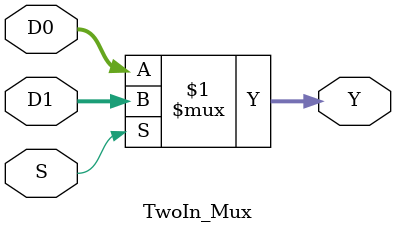
<source format=v>
module TwoIn_Mux #(parameter width =32)
(
input wire [width-1:0]  D0, D1, 
input wire              S,
output wire [width-1:0] Y
);
assign Y = (S) ? D1:D0 ;
endmodule

</source>
